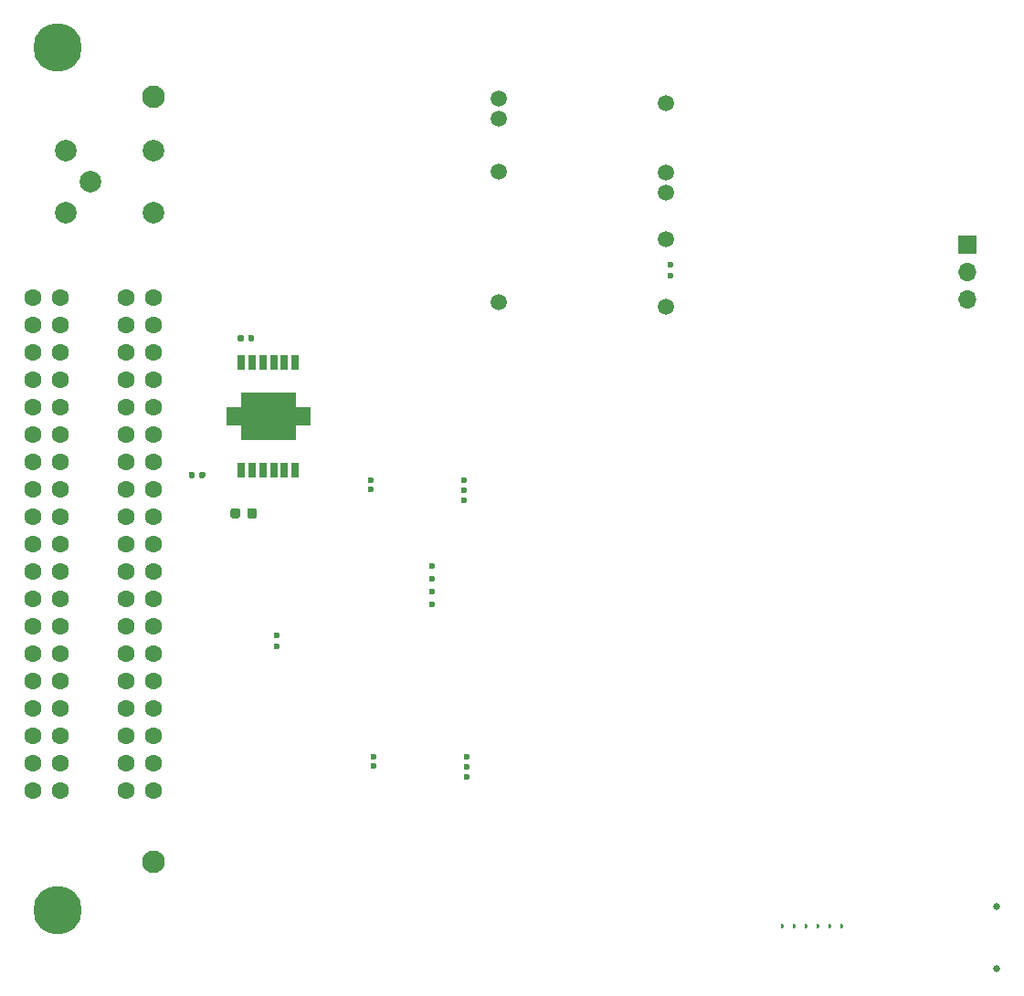
<source format=gbs>
G04 #@! TF.GenerationSoftware,KiCad,Pcbnew,8.0.6-8.0.6-0~ubuntu22.04.1*
G04 #@! TF.CreationDate,2024-11-25T21:35:12+00:00*
G04 #@! TF.ProjectId,hellenbremen,68656c6c-656e-4627-9265-6d656e2e6b69,rev?*
G04 #@! TF.SameCoordinates,Original*
G04 #@! TF.FileFunction,Soldermask,Bot*
G04 #@! TF.FilePolarity,Negative*
%FSLAX46Y46*%
G04 Gerber Fmt 4.6, Leading zero omitted, Abs format (unit mm)*
G04 Created by KiCad (PCBNEW 8.0.6-8.0.6-0~ubuntu22.04.1) date 2024-11-25 21:35:12*
%MOMM*%
%LPD*%
G01*
G04 APERTURE LIST*
%ADD10C,0.600000*%
%ADD11C,1.500000*%
%ADD12C,0.650000*%
%ADD13C,4.500000*%
%ADD14C,2.100000*%
%ADD15C,2.000000*%
%ADD16C,1.600000*%
%ADD17R,1.700000X1.700000*%
%ADD18O,1.700000X1.700000*%
%ADD19R,0.650000X1.350000*%
%ADD20R,5.100000X4.400000*%
%ADD21R,1.350000X1.800000*%
G04 APERTURE END LIST*
D10*
G04 #@! TO.C,M5*
X46639000Y52636998D03*
X46639000Y51686998D03*
X46639000Y50737000D03*
X37939000Y51736998D03*
X37939000Y52636998D03*
G04 #@! TD*
G04 #@! TO.C,M4*
X43647000Y42257000D03*
X43647000Y41057000D03*
X43647000Y43457000D03*
X43647000Y44657000D03*
X29222000Y38197000D03*
X29222000Y37197000D03*
G04 #@! TD*
G04 #@! TO.C,M1*
G36*
G01*
X75948563Y11151644D02*
X75948563Y11401642D01*
G75*
G02*
X76073563Y11526642I125000J0D01*
G01*
X76073563Y11526642D01*
G75*
G02*
X76198563Y11401642I0J-125000D01*
G01*
X76198563Y11151644D01*
G75*
G02*
X76073563Y11026644I-125000J0D01*
G01*
X76073563Y11026644D01*
G75*
G02*
X75948563Y11151644I0J125000D01*
G01*
G37*
G36*
G01*
X77048561Y11151644D02*
X77048561Y11401642D01*
G75*
G02*
X77173561Y11526642I125000J0D01*
G01*
X77173561Y11526642D01*
G75*
G02*
X77298561Y11401642I0J-125000D01*
G01*
X77298561Y11151644D01*
G75*
G02*
X77173561Y11026644I-125000J0D01*
G01*
X77173561Y11026644D01*
G75*
G02*
X77048561Y11151644I0J125000D01*
G01*
G37*
G36*
G01*
X78148559Y11151644D02*
X78148559Y11401642D01*
G75*
G02*
X78273559Y11526642I125000J0D01*
G01*
X78273559Y11526642D01*
G75*
G02*
X78398559Y11401642I0J-125000D01*
G01*
X78398559Y11151644D01*
G75*
G02*
X78273559Y11026644I-125000J0D01*
G01*
X78273559Y11026644D01*
G75*
G02*
X78148559Y11151644I0J125000D01*
G01*
G37*
G36*
G01*
X79248557Y11151644D02*
X79248557Y11401642D01*
G75*
G02*
X79373557Y11526642I125000J0D01*
G01*
X79373557Y11526642D01*
G75*
G02*
X79498557Y11401642I0J-125000D01*
G01*
X79498557Y11151644D01*
G75*
G02*
X79373557Y11026644I-125000J0D01*
G01*
X79373557Y11026644D01*
G75*
G02*
X79248557Y11151644I0J125000D01*
G01*
G37*
G36*
G01*
X80348555Y11151644D02*
X80348555Y11401642D01*
G75*
G02*
X80473555Y11526642I125000J0D01*
G01*
X80473555Y11526642D01*
G75*
G02*
X80598555Y11401642I0J-125000D01*
G01*
X80598555Y11151644D01*
G75*
G02*
X80473555Y11026644I-125000J0D01*
G01*
X80473555Y11026644D01*
G75*
G02*
X80348555Y11151644I0J125000D01*
G01*
G37*
G36*
G01*
X81448552Y11151644D02*
X81448552Y11401642D01*
G75*
G02*
X81573552Y11526642I125000J0D01*
G01*
X81573552Y11526642D01*
G75*
G02*
X81698552Y11401642I0J-125000D01*
G01*
X81698552Y11151644D01*
G75*
G02*
X81573552Y11026644I-125000J0D01*
G01*
X81573552Y11026644D01*
G75*
G02*
X81448552Y11151644I0J125000D01*
G01*
G37*
G04 #@! TD*
D11*
G04 #@! TO.C,M2*
X65278000Y87556999D03*
X65278000Y81157002D03*
X65278000Y79256999D03*
X65278000Y74956999D03*
D10*
X65727999Y72557002D03*
X65727999Y71557001D03*
D11*
X65278000Y68706999D03*
X49778003Y88007001D03*
X49778003Y86157002D03*
X49778003Y81206999D03*
X49778003Y69157001D03*
G04 #@! TD*
D12*
G04 #@! TO.C,J3*
X95932528Y7295819D03*
X95932528Y13075819D03*
G04 #@! TD*
D13*
G04 #@! TO.C,J1*
X8890000Y92700000D03*
D14*
X17790000Y88200000D03*
X17790000Y17200000D03*
D13*
X8890000Y12700000D03*
D15*
X9650000Y83200000D03*
X9650000Y77400000D03*
X11980000Y80300000D03*
X17780000Y83200000D03*
X17780000Y77400000D03*
D16*
X17780000Y23780000D03*
X17780000Y26320000D03*
X17780000Y28860000D03*
X17780000Y31400000D03*
X17780000Y33940000D03*
X17780000Y36480000D03*
X17780000Y39020000D03*
X17780000Y41560000D03*
X17780000Y44100000D03*
X17780000Y46640000D03*
X17780000Y49180000D03*
X17780000Y51720000D03*
X17780000Y54260000D03*
X17780000Y56800000D03*
X17780000Y59340000D03*
X17780000Y61880000D03*
X17780000Y64420000D03*
X17780000Y66960000D03*
X17780000Y69500000D03*
X15240000Y23780000D03*
X15240000Y26320000D03*
X15240000Y28860000D03*
X15240000Y31400000D03*
X15240000Y33940000D03*
X15240000Y36480000D03*
X15240000Y39020000D03*
X15240000Y41560000D03*
X15240000Y44100000D03*
X15240000Y46640000D03*
X15240000Y49180000D03*
X15240000Y51720000D03*
X15240000Y54260000D03*
X15240000Y56800000D03*
X15240000Y59340000D03*
X15240000Y61880000D03*
X15240000Y64420000D03*
X15240000Y66960000D03*
X15240000Y69500000D03*
X9190000Y23780000D03*
X9190000Y26320000D03*
X9190000Y28860000D03*
X9190000Y31400000D03*
X9190000Y33940000D03*
X9190000Y36480000D03*
X9190000Y39020000D03*
X9190000Y41560000D03*
X9190000Y44100000D03*
X9190000Y46640000D03*
X9190000Y49180000D03*
X9190000Y51720000D03*
X9190000Y54260000D03*
X9190000Y56800000D03*
X9190000Y59340000D03*
X9190000Y61880000D03*
X9190000Y64420000D03*
X9190000Y66960000D03*
X9190000Y69500000D03*
X6650000Y23780000D03*
X6650000Y26320000D03*
X6650000Y28860000D03*
X6650000Y31400000D03*
X6650000Y33940000D03*
X6650000Y36480000D03*
X6650000Y39020000D03*
X6650000Y41560000D03*
X6650000Y44100000D03*
X6650000Y46640000D03*
X6650000Y49180000D03*
X6650000Y51720000D03*
X6650000Y54260000D03*
X6650000Y56800000D03*
X6650000Y59340000D03*
X6650000Y61880000D03*
X6650000Y64420000D03*
X6650000Y66960000D03*
X6650000Y69500000D03*
G04 #@! TD*
D17*
G04 #@! TO.C,J2*
X93218000Y74422000D03*
D18*
X93218000Y71882000D03*
X93218000Y69342000D03*
G04 #@! TD*
D10*
G04 #@! TO.C,M6*
X46893000Y26982998D03*
X46893000Y26032998D03*
X46893000Y25083000D03*
X38193000Y26082998D03*
X38193000Y26982998D03*
G04 #@! TD*
G04 #@! TO.C,C6*
G36*
G01*
X22604000Y53256000D02*
X22604000Y52916000D01*
G75*
G02*
X22464000Y52776000I-140000J0D01*
G01*
X22184000Y52776000D01*
G75*
G02*
X22044000Y52916000I0J140000D01*
G01*
X22044000Y53256000D01*
G75*
G02*
X22184000Y53396000I140000J0D01*
G01*
X22464000Y53396000D01*
G75*
G02*
X22604000Y53256000I0J-140000D01*
G01*
G37*
G36*
G01*
X21644000Y53256000D02*
X21644000Y52916000D01*
G75*
G02*
X21504000Y52776000I-140000J0D01*
G01*
X21224000Y52776000D01*
G75*
G02*
X21084000Y52916000I0J140000D01*
G01*
X21084000Y53256000D01*
G75*
G02*
X21224000Y53396000I140000J0D01*
G01*
X21504000Y53396000D01*
G75*
G02*
X21644000Y53256000I0J-140000D01*
G01*
G37*
G04 #@! TD*
D19*
G04 #@! TO.C,IC1*
X30956000Y53550000D03*
X29956000Y53550000D03*
X28956000Y53550000D03*
X27956000Y53550000D03*
X26956000Y53550000D03*
X25956000Y53550000D03*
X25956000Y63500000D03*
X26956000Y63500000D03*
X27956000Y63500000D03*
X28956000Y63500000D03*
X29956000Y63500000D03*
X30956000Y63500000D03*
D20*
X28456000Y58525000D03*
D21*
X31681000Y58525000D03*
X25231000Y58525000D03*
G04 #@! TD*
G04 #@! TO.C,C8*
G36*
G01*
X24950000Y49280000D02*
X24950000Y49780000D01*
G75*
G02*
X25175000Y50005000I225000J0D01*
G01*
X25625000Y50005000D01*
G75*
G02*
X25850000Y49780000I0J-225000D01*
G01*
X25850000Y49280000D01*
G75*
G02*
X25625000Y49055000I-225000J0D01*
G01*
X25175000Y49055000D01*
G75*
G02*
X24950000Y49280000I0J225000D01*
G01*
G37*
G36*
G01*
X26500000Y49280000D02*
X26500000Y49780000D01*
G75*
G02*
X26725000Y50005000I225000J0D01*
G01*
X27175000Y50005000D01*
G75*
G02*
X27400000Y49780000I0J-225000D01*
G01*
X27400000Y49280000D01*
G75*
G02*
X27175000Y49055000I-225000J0D01*
G01*
X26725000Y49055000D01*
G75*
G02*
X26500000Y49280000I0J225000D01*
G01*
G37*
G04 #@! TD*
G04 #@! TO.C,C5*
G36*
G01*
X27148000Y65956000D02*
X27148000Y65616000D01*
G75*
G02*
X27008000Y65476000I-140000J0D01*
G01*
X26728000Y65476000D01*
G75*
G02*
X26588000Y65616000I0J140000D01*
G01*
X26588000Y65956000D01*
G75*
G02*
X26728000Y66096000I140000J0D01*
G01*
X27008000Y66096000D01*
G75*
G02*
X27148000Y65956000I0J-140000D01*
G01*
G37*
G36*
G01*
X26188000Y65956000D02*
X26188000Y65616000D01*
G75*
G02*
X26048000Y65476000I-140000J0D01*
G01*
X25768000Y65476000D01*
G75*
G02*
X25628000Y65616000I0J140000D01*
G01*
X25628000Y65956000D01*
G75*
G02*
X25768000Y66096000I140000J0D01*
G01*
X26048000Y66096000D01*
G75*
G02*
X26188000Y65956000I0J-140000D01*
G01*
G37*
G04 #@! TD*
M02*

</source>
